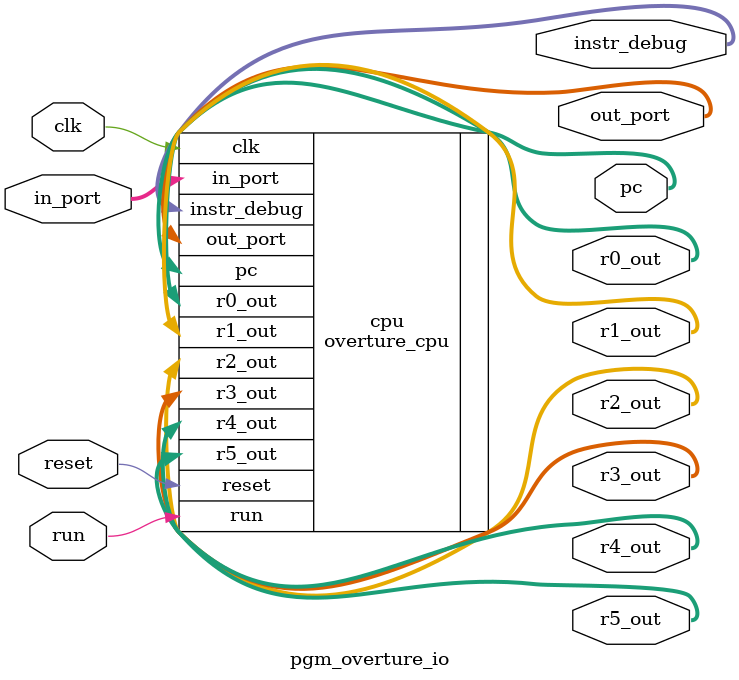
<source format=sv>
module pgm_overture_io (
    input        clk,
    input        reset,
    input        run,
    input  [7:0] in_port,
    output [7:0] pc,
    output [7:0] out_port,
    output [7:0] instr_debug,
    output [7:0] r0_out,
    output [7:0] r1_out,
    output [7:0] r2_out,
    output [7:0] r3_out,
    output [7:0] r4_out,
    output [7:0] r5_out
);

    // Program wrapper for overture_io.txt.
    overture_cpu cpu (
        .clk(clk),
        .reset(reset),
        .run(run),
        .in_port(in_port),
        .pc(pc),
        .out_port(out_port),
        .instr_debug(instr_debug),
        .r0_out(r0_out),
        .r1_out(r1_out),
        .r2_out(r2_out),
        .r3_out(r3_out),
        .r4_out(r4_out),
        .r5_out(r5_out)
    );

endmodule

</source>
